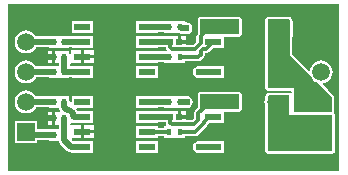
<source format=gtl>
G04 Layer_Physical_Order=1*
G04 Layer_Color=255*
%FSLAX23Y23*%
%MOIN*%
G70*
G01*
G75*
%ADD10R,0.018X0.022*%
%ADD11R,0.057X0.024*%
%ADD12R,0.020X0.020*%
%ADD13C,0.020*%
%ADD14C,0.012*%
%ADD15C,0.059*%
%ADD16R,0.059X0.059*%
%ADD17C,0.024*%
G36*
X1045Y125D02*
Y-430D01*
X-59Y-430D01*
Y125D01*
X1045Y125D01*
D02*
G37*
%LPC*%
G36*
X225Y70D02*
X152D01*
Y30D01*
X225D01*
Y70D01*
D02*
G37*
G36*
X439D02*
X366D01*
Y30D01*
X439D01*
Y32D01*
X461D01*
Y31D01*
X495D01*
Y31D01*
X497D01*
Y31D01*
X507D01*
X511Y28D01*
X518Y27D01*
X518Y27D01*
X527D01*
X527Y26D01*
X535Y25D01*
X543Y26D01*
X549Y31D01*
X554Y37D01*
X555Y45D01*
X554Y53D01*
X549Y59D01*
X543Y64D01*
X535Y65D01*
X534Y65D01*
X530Y68D01*
Y69D01*
X497D01*
Y69D01*
X495D01*
Y69D01*
X461D01*
Y68D01*
X439D01*
Y70D01*
D02*
G37*
G36*
X532Y20D02*
X516D01*
Y5D01*
X532D01*
Y20D01*
D02*
G37*
G36*
X711Y83D02*
X581D01*
X578Y82D01*
X576Y81D01*
X574Y78D01*
X573Y75D01*
Y29D01*
X572Y27D01*
X569Y23D01*
X568Y18D01*
Y1D01*
X556Y-10D01*
X532D01*
Y-5D01*
X511D01*
Y0D01*
X506D01*
Y20D01*
X491D01*
Y18D01*
X471D01*
X471Y18D01*
X439D01*
Y20D01*
X366D01*
Y-20D01*
X439D01*
Y-18D01*
X466D01*
Y-18D01*
X467Y-24D01*
X469Y-26D01*
X466Y-31D01*
X461D01*
Y-32D01*
X439D01*
Y-30D01*
X366D01*
Y-70D01*
X439D01*
Y-68D01*
X461D01*
Y-69D01*
X492D01*
X495Y-69D01*
Y-69D01*
X497D01*
Y-69D01*
X530D01*
Y-64D01*
X574D01*
X579Y-63D01*
X584Y-60D01*
X587Y-57D01*
X587Y-57D01*
X592Y-54D01*
X595Y-49D01*
X596Y-44D01*
Y-38D01*
X600D01*
X605Y-37D01*
X610Y-34D01*
X624Y-20D01*
X660D01*
Y17D01*
X711D01*
X714Y18D01*
X716Y19D01*
X718Y22D01*
X719Y25D01*
Y75D01*
X718Y78D01*
X716Y81D01*
X714Y82D01*
X711Y83D01*
D02*
G37*
G36*
X0Y38D02*
X-10Y36D01*
X-19Y33D01*
X-27Y27D01*
X-33Y19D01*
X-36Y10D01*
X-38Y0D01*
X-36Y-10D01*
X-33Y-19D01*
X-27Y-27D01*
X-19Y-33D01*
X-10Y-36D01*
X0Y-38D01*
X10Y-36D01*
X19Y-33D01*
X27Y-27D01*
X33Y-19D01*
X33Y-18D01*
X76D01*
Y-19D01*
X109D01*
Y-19D01*
X111D01*
Y-19D01*
X144D01*
Y-18D01*
X152D01*
Y-20D01*
X225D01*
Y20D01*
X152D01*
Y18D01*
X144D01*
Y19D01*
X111D01*
Y19D01*
X109D01*
Y19D01*
X76D01*
Y18D01*
X33D01*
X33Y19D01*
X27Y27D01*
X19Y33D01*
X10Y36D01*
X0Y38D01*
D02*
G37*
G36*
X183Y-28D02*
X150D01*
Y-40D01*
X145Y-42D01*
X144Y-41D01*
Y-31D01*
X111D01*
Y-29D01*
X97D01*
Y-50D01*
Y-71D01*
X109D01*
Y-76D01*
X109Y-81D01*
X76D01*
Y-82D01*
X33D01*
X33Y-81D01*
X27Y-73D01*
X19Y-67D01*
X10Y-64D01*
X0Y-62D01*
X-10Y-64D01*
X-19Y-67D01*
X-27Y-73D01*
X-33Y-81D01*
X-36Y-90D01*
X-38Y-100D01*
X-36Y-110D01*
X-33Y-119D01*
X-27Y-127D01*
X-19Y-133D01*
X-10Y-136D01*
X0Y-138D01*
X10Y-136D01*
X19Y-133D01*
X27Y-127D01*
X33Y-119D01*
X33Y-118D01*
X76D01*
Y-119D01*
X109D01*
X109Y-119D01*
X111D01*
Y-119D01*
X114Y-119D01*
X144D01*
Y-118D01*
X152D01*
Y-120D01*
X225D01*
Y-80D01*
X152D01*
Y-82D01*
X146D01*
Y-74D01*
X150Y-72D01*
X151Y-72D01*
X183D01*
Y-50D01*
Y-28D01*
D02*
G37*
G36*
X227D02*
X193D01*
Y-45D01*
X227D01*
Y-28D01*
D02*
G37*
G36*
X87Y-29D02*
X73D01*
Y-45D01*
X87D01*
Y-29D01*
D02*
G37*
G36*
Y-55D02*
X73D01*
Y-71D01*
X87D01*
Y-55D01*
D02*
G37*
G36*
X227D02*
X193D01*
Y-72D01*
X227D01*
Y-55D01*
D02*
G37*
G36*
X439Y-80D02*
X366D01*
Y-120D01*
X439D01*
Y-80D01*
D02*
G37*
G36*
X576Y-80D02*
X569Y-81D01*
X562Y-86D01*
X558Y-92D01*
X556Y-100D01*
X558Y-108D01*
X562Y-114D01*
X569Y-119D01*
X576Y-120D01*
X583Y-119D01*
X588Y-120D01*
Y-120D01*
X660D01*
Y-80D01*
X588D01*
X588Y-80D01*
X583Y-81D01*
X576Y-80D01*
D02*
G37*
G36*
X806Y83D02*
X803Y82D01*
X801Y81D01*
X799Y78D01*
X798Y75D01*
X798Y-155D01*
X799Y-158D01*
X801Y-160D01*
X803Y-162D01*
X806Y-163D01*
X882Y-163D01*
X886Y-167D01*
X886Y-169D01*
X881Y-171D01*
X880Y-171D01*
X877Y-170D01*
X809D01*
X806Y-171D01*
X803Y-172D01*
X801Y-174D01*
X799Y-176D01*
X798Y-180D01*
Y-191D01*
X797Y-193D01*
X795Y-200D01*
X797Y-207D01*
X798Y-209D01*
Y-365D01*
X799Y-368D01*
X801Y-371D01*
X803Y-372D01*
X806Y-373D01*
X1021Y-373D01*
X1024Y-372D01*
X1027Y-371D01*
X1029Y-368D01*
X1029Y-365D01*
X1029Y-245D01*
X1029Y-242D01*
X1027Y-239D01*
X1026Y-239D01*
X1027Y-238D01*
X1028Y-235D01*
Y-185D01*
X1027Y-182D01*
X1025Y-179D01*
X989Y-142D01*
X990Y-137D01*
X994Y-136D01*
X1003Y-133D01*
X1011Y-127D01*
X1017Y-119D01*
X1021Y-110D01*
X1022Y-100D01*
X1021Y-90D01*
X1017Y-81D01*
X1011Y-73D01*
X1003Y-67D01*
X994Y-64D01*
X984Y-62D01*
X974Y-64D01*
X965Y-67D01*
X958Y-73D01*
X952Y-81D01*
X948Y-90D01*
X947Y-94D01*
X942Y-96D01*
X888Y-42D01*
X889Y71D01*
X889Y71D01*
X889Y71D01*
X888Y73D01*
X888Y74D01*
X888Y74D01*
X888Y74D01*
X887Y76D01*
X886Y77D01*
X886Y77D01*
X886Y77D01*
X883Y81D01*
X883Y81D01*
X883Y81D01*
X882Y82D01*
X880Y82D01*
X880Y82D01*
X880Y82D01*
X879Y83D01*
X877Y83D01*
X877Y83D01*
X877Y83D01*
X806Y83D01*
D02*
G37*
G36*
X536Y-180D02*
X529Y-181D01*
X497D01*
Y-181D01*
X495D01*
Y-181D01*
X461D01*
Y-182D01*
X439D01*
Y-180D01*
X366D01*
Y-220D01*
X439D01*
Y-218D01*
X461D01*
Y-219D01*
X495D01*
Y-219D01*
X497D01*
Y-219D01*
X529D01*
X536Y-220D01*
X543Y-219D01*
X550Y-214D01*
X554Y-208D01*
X556Y-200D01*
X554Y-192D01*
X550Y-186D01*
X543Y-181D01*
X536Y-180D01*
D02*
G37*
G36*
X0Y-162D02*
X-10Y-164D01*
X-19Y-167D01*
X-27Y-173D01*
X-33Y-181D01*
X-36Y-190D01*
X-38Y-200D01*
X-36Y-210D01*
X-33Y-219D01*
X-27Y-227D01*
X-19Y-233D01*
X-10Y-236D01*
X0Y-238D01*
X10Y-236D01*
X19Y-233D01*
X27Y-227D01*
X33Y-219D01*
X33Y-218D01*
X76D01*
Y-219D01*
X105D01*
X109Y-219D01*
X111Y-223D01*
X111Y-225D01*
X113Y-228D01*
X112Y-234D01*
X111Y-234D01*
X111Y-234D01*
X111Y-234D01*
X111Y-234D01*
X97D01*
Y-255D01*
Y-276D01*
X109D01*
Y-286D01*
X109Y-291D01*
X76D01*
Y-292D01*
X37D01*
Y-263D01*
X-37D01*
Y-337D01*
X37D01*
Y-328D01*
X76D01*
Y-329D01*
X105D01*
X109Y-329D01*
X111Y-333D01*
X111Y-334D01*
X115Y-340D01*
X138Y-363D01*
X144Y-367D01*
X148Y-368D01*
X152Y-370D01*
X152Y-370D01*
X152Y-370D01*
X225D01*
Y-330D01*
X157D01*
X153Y-327D01*
X155Y-322D01*
X183D01*
Y-300D01*
Y-278D01*
X151D01*
X150Y-278D01*
X146Y-275D01*
Y-273D01*
X151Y-269D01*
X152Y-270D01*
Y-270D01*
X225D01*
Y-230D01*
X172D01*
X168Y-225D01*
X168Y-225D01*
X168Y-224D01*
X170Y-220D01*
X225D01*
Y-180D01*
X152D01*
Y-200D01*
X147Y-203D01*
X146Y-203D01*
Y-200D01*
X145Y-193D01*
X144Y-193D01*
Y-181D01*
X111D01*
Y-181D01*
X109D01*
Y-181D01*
X76D01*
Y-182D01*
X33D01*
X33Y-181D01*
X27Y-173D01*
X19Y-167D01*
X10Y-164D01*
X0Y-162D01*
D02*
G37*
G36*
X532Y-230D02*
X516D01*
Y-245D01*
X532D01*
Y-230D01*
D02*
G37*
G36*
X87Y-234D02*
X73D01*
Y-250D01*
X87D01*
Y-234D01*
D02*
G37*
G36*
X711Y-167D02*
X581D01*
X578Y-168D01*
X576Y-169D01*
X574Y-172D01*
X573Y-175D01*
Y-220D01*
X565Y-228D01*
X562Y-232D01*
X561Y-238D01*
Y-255D01*
X555Y-261D01*
X532D01*
Y-255D01*
X511D01*
Y-250D01*
X506D01*
Y-230D01*
X491D01*
Y-232D01*
X471D01*
X471Y-232D01*
X439D01*
Y-230D01*
X366D01*
Y-270D01*
X439D01*
Y-268D01*
X466D01*
Y-269D01*
X467Y-275D01*
X468Y-276D01*
X465Y-281D01*
X461D01*
Y-286D01*
X439D01*
Y-280D01*
X366D01*
Y-320D01*
X439D01*
Y-314D01*
X461D01*
Y-319D01*
X495D01*
Y-319D01*
X497D01*
Y-319D01*
X530D01*
Y-314D01*
X564D01*
X570Y-313D01*
X574Y-310D01*
X605Y-279D01*
X608Y-275D01*
X608Y-273D01*
X611Y-270D01*
X660D01*
Y-233D01*
X711D01*
X714Y-232D01*
X716Y-231D01*
X718Y-228D01*
X719Y-225D01*
Y-175D01*
X718Y-172D01*
X716Y-169D01*
X714Y-168D01*
X711Y-167D01*
D02*
G37*
G36*
X87Y-260D02*
X73D01*
Y-276D01*
X87D01*
Y-260D01*
D02*
G37*
G36*
X193Y-278D02*
Y-295D01*
X227D01*
Y-278D01*
X193D01*
D02*
G37*
G36*
X227Y-305D02*
X193D01*
Y-322D01*
X227D01*
Y-305D01*
D02*
G37*
G36*
X439Y-330D02*
X366D01*
Y-370D01*
X439D01*
Y-330D01*
D02*
G37*
G36*
X576Y-330D02*
X569Y-331D01*
X562Y-336D01*
X558Y-342D01*
X556Y-350D01*
X558Y-358D01*
X562Y-364D01*
X569Y-369D01*
X576Y-370D01*
X583Y-369D01*
X588Y-370D01*
Y-370D01*
X660D01*
Y-330D01*
X588D01*
X588Y-330D01*
X583Y-331D01*
X576Y-330D01*
D02*
G37*
%LPD*%
G36*
X711Y25D02*
X581D01*
Y75D01*
X711D01*
Y25D01*
D02*
G37*
G36*
X877Y75D02*
X881Y71D01*
X880Y-45D01*
X950Y-115D01*
X952Y-119D01*
X958Y-127D01*
X965Y-133D01*
X969Y-134D01*
X1020Y-185D01*
Y-235D01*
X898D01*
X894Y-231D01*
X895Y-155D01*
X806Y-155D01*
X806Y75D01*
X877Y75D01*
D02*
G37*
G36*
X877Y-245D02*
X1021Y-245D01*
X1021Y-365D01*
X806Y-365D01*
Y-180D01*
X809Y-178D01*
X877D01*
X877Y-245D01*
D02*
G37*
G36*
X711Y-225D02*
X581D01*
Y-175D01*
X711D01*
Y-225D01*
D02*
G37*
D10*
X128Y-255D02*
D03*
X92D02*
D03*
X92Y-200D02*
D03*
X128D02*
D03*
X478Y50D02*
D03*
X513D02*
D03*
X478Y-50D02*
D03*
X513D02*
D03*
X478Y-200D02*
D03*
X513D02*
D03*
X478Y-300D02*
D03*
X513D02*
D03*
X92Y-310D02*
D03*
X128D02*
D03*
X128Y-50D02*
D03*
X92D02*
D03*
X92Y-100D02*
D03*
X128D02*
D03*
X92Y0D02*
D03*
X128D02*
D03*
D11*
X839Y-350D02*
D03*
Y-300D02*
D03*
Y-250D02*
D03*
Y-200D02*
D03*
X624Y-350D02*
D03*
Y-300D02*
D03*
Y-250D02*
D03*
Y-200D02*
D03*
X403Y-350D02*
D03*
Y-300D02*
D03*
Y-250D02*
D03*
Y-200D02*
D03*
X188Y-350D02*
D03*
Y-300D02*
D03*
Y-250D02*
D03*
Y-200D02*
D03*
X839Y-100D02*
D03*
Y-50D02*
D03*
Y0D02*
D03*
Y50D02*
D03*
X624Y-100D02*
D03*
Y-50D02*
D03*
Y0D02*
D03*
Y50D02*
D03*
X403Y-100D02*
D03*
Y-50D02*
D03*
Y0D02*
D03*
Y50D02*
D03*
X188Y-100D02*
D03*
Y-50D02*
D03*
Y0D02*
D03*
Y50D02*
D03*
D12*
X511Y-250D02*
D03*
X480D02*
D03*
X511Y0D02*
D03*
X480D02*
D03*
D13*
X518Y45D02*
X535D01*
X156Y-246D02*
Y-238D01*
X144Y-226D02*
X156Y-238D01*
Y-246D02*
X160Y-250D01*
X136Y-226D02*
X144D01*
X128Y-218D02*
X136Y-226D01*
X128Y-218D02*
Y-200D01*
X0Y0D02*
X92D01*
X0Y-200D02*
X92D01*
X0Y-100D02*
X92D01*
X814Y-200D02*
X839D01*
X128Y0D02*
X187D01*
X403D02*
X471D01*
X403Y50D02*
X478D01*
X403Y-250D02*
X471D01*
X403Y-50D02*
X478D01*
X403Y-200D02*
X478D01*
X576Y-100D02*
X624D01*
X601Y-200D02*
X624D01*
X55Y-50D02*
X92D01*
X10Y-310D02*
X92D01*
X128Y-310D02*
Y-255D01*
X60D02*
X92D01*
X128Y-100D02*
X188D01*
X127Y-100D02*
Y-50D01*
X128Y-327D02*
Y-310D01*
Y-327D02*
X151Y-350D01*
X188D01*
X513Y50D02*
X518Y45D01*
X615Y-200D02*
X624D01*
X513D02*
X536D01*
X576Y-350D02*
X624D01*
D14*
X486Y-24D02*
X562D01*
X582Y-32D02*
X590Y-24D01*
X582Y-44D02*
Y-32D01*
X580Y-44D02*
X582D01*
X590Y-24D02*
X600D01*
X574Y-50D02*
X580Y-44D01*
X582Y-5D02*
Y18D01*
X582Y-5D02*
X582D01*
X562Y-24D02*
X582Y-5D01*
X480Y-18D02*
X486Y-24D01*
X480Y-18D02*
Y0D01*
X600Y-24D02*
X624Y0D01*
X513Y-50D02*
X574D01*
X582Y18D02*
X590Y26D01*
X591D01*
X575Y-261D02*
Y-238D01*
X613Y-200D01*
X611Y-250D02*
X624D01*
X595Y-266D02*
X611Y-250D01*
X595Y-269D02*
Y-266D01*
X564Y-300D02*
X595Y-269D01*
X513Y-300D02*
X564D01*
X561Y-275D02*
X575Y-261D01*
X486Y-275D02*
X561D01*
X613Y-200D02*
X615D01*
X591Y26D02*
X615Y50D01*
X403Y-300D02*
X478D01*
X480Y-269D02*
Y-250D01*
Y-269D02*
X486Y-275D01*
X511Y0D02*
X532D01*
X511Y-250D02*
X536D01*
D15*
X984Y0D02*
D03*
Y-100D02*
D03*
Y-200D02*
D03*
X0Y0D02*
D03*
Y-100D02*
D03*
Y-200D02*
D03*
D16*
X984Y-300D02*
D03*
X0D02*
D03*
D17*
X535Y45D02*
D03*
X676Y-190D02*
D03*
X696Y-210D02*
D03*
Y-190D02*
D03*
X576Y-100D02*
D03*
X696Y60D02*
D03*
Y40D02*
D03*
X676D02*
D03*
Y60D02*
D03*
Y-210D02*
D03*
X576Y-350D02*
D03*
X536Y-200D02*
D03*
M02*

</source>
